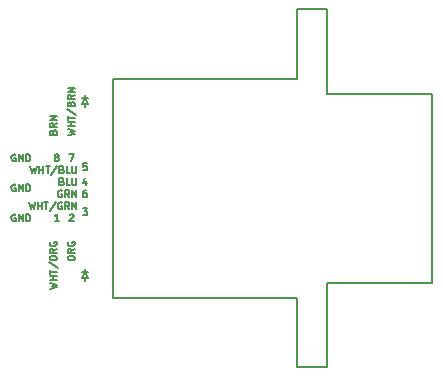
<source format=gbr>
G04 #@! TF.GenerationSoftware,KiCad,Pcbnew,(5.1.5)*
G04 #@! TF.CreationDate,2019-12-07T20:44:40-05:00*
G04 #@! TF.ProjectId,rj45brkout,726a3435-6272-46b6-9f75-742e6b696361,v1.0.0*
G04 #@! TF.SameCoordinates,Original*
G04 #@! TF.FileFunction,Legend,Top*
G04 #@! TF.FilePolarity,Positive*
%FSLAX46Y46*%
G04 Gerber Fmt 4.6, Leading zero omitted, Abs format (unit mm)*
G04 Created by KiCad (PCBNEW (5.1.5)) date 2019-12-07 20:44:40*
%MOMM*%
%LPD*%
G04 APERTURE LIST*
%ADD10C,0.127000*%
%ADD11C,0.150000*%
%ADD12C,1.371600*%
%ADD13C,3.276600*%
%ADD14C,1.752600*%
%ADD15C,4.101600*%
%ADD16C,1.244600*%
G04 APERTURE END LIST*
D10*
X132404021Y-103840000D02*
X132346878Y-103811428D01*
X132261164Y-103811428D01*
X132175450Y-103840000D01*
X132118307Y-103897142D01*
X132089735Y-103954285D01*
X132061164Y-104068571D01*
X132061164Y-104154285D01*
X132089735Y-104268571D01*
X132118307Y-104325714D01*
X132175450Y-104382857D01*
X132261164Y-104411428D01*
X132318307Y-104411428D01*
X132404021Y-104382857D01*
X132432592Y-104354285D01*
X132432592Y-104154285D01*
X132318307Y-104154285D01*
X132689735Y-104411428D02*
X132689735Y-103811428D01*
X133032592Y-104411428D01*
X133032592Y-103811428D01*
X133318307Y-104411428D02*
X133318307Y-103811428D01*
X133461164Y-103811428D01*
X133546878Y-103840000D01*
X133604021Y-103897142D01*
X133632592Y-103954285D01*
X133661164Y-104068571D01*
X133661164Y-104154285D01*
X133632592Y-104268571D01*
X133604021Y-104325714D01*
X133546878Y-104382857D01*
X133461164Y-104411428D01*
X133318307Y-104411428D01*
X132404021Y-101300000D02*
X132346878Y-101271428D01*
X132261164Y-101271428D01*
X132175450Y-101300000D01*
X132118307Y-101357142D01*
X132089735Y-101414285D01*
X132061164Y-101528571D01*
X132061164Y-101614285D01*
X132089735Y-101728571D01*
X132118307Y-101785714D01*
X132175450Y-101842857D01*
X132261164Y-101871428D01*
X132318307Y-101871428D01*
X132404021Y-101842857D01*
X132432592Y-101814285D01*
X132432592Y-101614285D01*
X132318307Y-101614285D01*
X132689735Y-101871428D02*
X132689735Y-101271428D01*
X133032592Y-101871428D01*
X133032592Y-101271428D01*
X133318307Y-101871428D02*
X133318307Y-101271428D01*
X133461164Y-101271428D01*
X133546878Y-101300000D01*
X133604021Y-101357142D01*
X133632592Y-101414285D01*
X133661164Y-101528571D01*
X133661164Y-101614285D01*
X133632592Y-101728571D01*
X133604021Y-101785714D01*
X133546878Y-101842857D01*
X133461164Y-101871428D01*
X133318307Y-101871428D01*
X132404021Y-98760000D02*
X132346878Y-98731428D01*
X132261164Y-98731428D01*
X132175450Y-98760000D01*
X132118307Y-98817142D01*
X132089735Y-98874285D01*
X132061164Y-98988571D01*
X132061164Y-99074285D01*
X132089735Y-99188571D01*
X132118307Y-99245714D01*
X132175450Y-99302857D01*
X132261164Y-99331428D01*
X132318307Y-99331428D01*
X132404021Y-99302857D01*
X132432592Y-99274285D01*
X132432592Y-99074285D01*
X132318307Y-99074285D01*
X132689735Y-99331428D02*
X132689735Y-98731428D01*
X133032592Y-99331428D01*
X133032592Y-98731428D01*
X133318307Y-99331428D02*
X133318307Y-98731428D01*
X133461164Y-98731428D01*
X133546878Y-98760000D01*
X133604021Y-98817142D01*
X133632592Y-98874285D01*
X133661164Y-98988571D01*
X133661164Y-99074285D01*
X133632592Y-99188571D01*
X133604021Y-99245714D01*
X133546878Y-99302857D01*
X133461164Y-99331428D01*
X133318307Y-99331428D01*
X135593142Y-96856592D02*
X135621714Y-96770878D01*
X135650285Y-96742307D01*
X135707428Y-96713735D01*
X135793142Y-96713735D01*
X135850285Y-96742307D01*
X135878857Y-96770878D01*
X135907428Y-96828021D01*
X135907428Y-97056592D01*
X135307428Y-97056592D01*
X135307428Y-96856592D01*
X135336000Y-96799450D01*
X135364571Y-96770878D01*
X135421714Y-96742307D01*
X135478857Y-96742307D01*
X135536000Y-96770878D01*
X135564571Y-96799450D01*
X135593142Y-96856592D01*
X135593142Y-97056592D01*
X135907428Y-96113735D02*
X135621714Y-96313735D01*
X135907428Y-96456592D02*
X135307428Y-96456592D01*
X135307428Y-96228021D01*
X135336000Y-96170878D01*
X135364571Y-96142307D01*
X135421714Y-96113735D01*
X135507428Y-96113735D01*
X135564571Y-96142307D01*
X135593142Y-96170878D01*
X135621714Y-96228021D01*
X135621714Y-96456592D01*
X135907428Y-95856592D02*
X135307428Y-95856592D01*
X135907428Y-95513735D01*
X135307428Y-95513735D01*
X136831428Y-97113735D02*
X137431428Y-96970878D01*
X137002857Y-96856592D01*
X137431428Y-96742307D01*
X136831428Y-96599450D01*
X137431428Y-96370878D02*
X136831428Y-96370878D01*
X137117142Y-96370878D02*
X137117142Y-96028021D01*
X137431428Y-96028021D02*
X136831428Y-96028021D01*
X136831428Y-95828021D02*
X136831428Y-95485164D01*
X137431428Y-95656592D02*
X136831428Y-95656592D01*
X136802857Y-94856592D02*
X137574285Y-95370878D01*
X137117142Y-94456592D02*
X137145714Y-94370878D01*
X137174285Y-94342307D01*
X137231428Y-94313735D01*
X137317142Y-94313735D01*
X137374285Y-94342307D01*
X137402857Y-94370878D01*
X137431428Y-94428021D01*
X137431428Y-94656592D01*
X136831428Y-94656592D01*
X136831428Y-94456592D01*
X136860000Y-94399450D01*
X136888571Y-94370878D01*
X136945714Y-94342307D01*
X137002857Y-94342307D01*
X137060000Y-94370878D01*
X137088571Y-94399450D01*
X137117142Y-94456592D01*
X137117142Y-94656592D01*
X137431428Y-93713735D02*
X137145714Y-93913735D01*
X137431428Y-94056592D02*
X136831428Y-94056592D01*
X136831428Y-93828021D01*
X136860000Y-93770878D01*
X136888571Y-93742307D01*
X136945714Y-93713735D01*
X137031428Y-93713735D01*
X137088571Y-93742307D01*
X137117142Y-93770878D01*
X137145714Y-93828021D01*
X137145714Y-94056592D01*
X137431428Y-93456592D02*
X136831428Y-93456592D01*
X137431428Y-93113735D01*
X136831428Y-93113735D01*
X136341021Y-101049142D02*
X136426735Y-101077714D01*
X136455307Y-101106285D01*
X136483878Y-101163428D01*
X136483878Y-101249142D01*
X136455307Y-101306285D01*
X136426735Y-101334857D01*
X136369592Y-101363428D01*
X136141021Y-101363428D01*
X136141021Y-100763428D01*
X136341021Y-100763428D01*
X136398164Y-100792000D01*
X136426735Y-100820571D01*
X136455307Y-100877714D01*
X136455307Y-100934857D01*
X136426735Y-100992000D01*
X136398164Y-101020571D01*
X136341021Y-101049142D01*
X136141021Y-101049142D01*
X137026735Y-101363428D02*
X136741021Y-101363428D01*
X136741021Y-100763428D01*
X137226735Y-100763428D02*
X137226735Y-101249142D01*
X137255307Y-101306285D01*
X137283878Y-101334857D01*
X137341021Y-101363428D01*
X137455307Y-101363428D01*
X137512450Y-101334857D01*
X137541021Y-101306285D01*
X137569592Y-101249142D01*
X137569592Y-100763428D01*
X133683878Y-99747428D02*
X133826735Y-100347428D01*
X133941021Y-99918857D01*
X134055307Y-100347428D01*
X134198164Y-99747428D01*
X134426735Y-100347428D02*
X134426735Y-99747428D01*
X134426735Y-100033142D02*
X134769592Y-100033142D01*
X134769592Y-100347428D02*
X134769592Y-99747428D01*
X134969592Y-99747428D02*
X135312450Y-99747428D01*
X135141021Y-100347428D02*
X135141021Y-99747428D01*
X135941021Y-99718857D02*
X135426735Y-100490285D01*
X136341021Y-100033142D02*
X136426735Y-100061714D01*
X136455307Y-100090285D01*
X136483878Y-100147428D01*
X136483878Y-100233142D01*
X136455307Y-100290285D01*
X136426735Y-100318857D01*
X136369592Y-100347428D01*
X136141021Y-100347428D01*
X136141021Y-99747428D01*
X136341021Y-99747428D01*
X136398164Y-99776000D01*
X136426735Y-99804571D01*
X136455307Y-99861714D01*
X136455307Y-99918857D01*
X136426735Y-99976000D01*
X136398164Y-100004571D01*
X136341021Y-100033142D01*
X136141021Y-100033142D01*
X137026735Y-100347428D02*
X136741021Y-100347428D01*
X136741021Y-99747428D01*
X137226735Y-99747428D02*
X137226735Y-100233142D01*
X137255307Y-100290285D01*
X137283878Y-100318857D01*
X137341021Y-100347428D01*
X137455307Y-100347428D01*
X137512450Y-100318857D01*
X137541021Y-100290285D01*
X137569592Y-100233142D01*
X137569592Y-99747428D01*
X136341021Y-101808000D02*
X136283878Y-101779428D01*
X136198164Y-101779428D01*
X136112450Y-101808000D01*
X136055307Y-101865142D01*
X136026735Y-101922285D01*
X135998164Y-102036571D01*
X135998164Y-102122285D01*
X136026735Y-102236571D01*
X136055307Y-102293714D01*
X136112450Y-102350857D01*
X136198164Y-102379428D01*
X136255307Y-102379428D01*
X136341021Y-102350857D01*
X136369592Y-102322285D01*
X136369592Y-102122285D01*
X136255307Y-102122285D01*
X136969592Y-102379428D02*
X136769592Y-102093714D01*
X136626735Y-102379428D02*
X136626735Y-101779428D01*
X136855307Y-101779428D01*
X136912450Y-101808000D01*
X136941021Y-101836571D01*
X136969592Y-101893714D01*
X136969592Y-101979428D01*
X136941021Y-102036571D01*
X136912450Y-102065142D01*
X136855307Y-102093714D01*
X136626735Y-102093714D01*
X137226735Y-102379428D02*
X137226735Y-101779428D01*
X137569592Y-102379428D01*
X137569592Y-101779428D01*
X133569592Y-102795428D02*
X133712450Y-103395428D01*
X133826735Y-102966857D01*
X133941021Y-103395428D01*
X134083878Y-102795428D01*
X134312450Y-103395428D02*
X134312450Y-102795428D01*
X134312450Y-103081142D02*
X134655307Y-103081142D01*
X134655307Y-103395428D02*
X134655307Y-102795428D01*
X134855307Y-102795428D02*
X135198164Y-102795428D01*
X135026735Y-103395428D02*
X135026735Y-102795428D01*
X135826735Y-102766857D02*
X135312450Y-103538285D01*
X136341021Y-102824000D02*
X136283878Y-102795428D01*
X136198164Y-102795428D01*
X136112450Y-102824000D01*
X136055307Y-102881142D01*
X136026735Y-102938285D01*
X135998164Y-103052571D01*
X135998164Y-103138285D01*
X136026735Y-103252571D01*
X136055307Y-103309714D01*
X136112450Y-103366857D01*
X136198164Y-103395428D01*
X136255307Y-103395428D01*
X136341021Y-103366857D01*
X136369592Y-103338285D01*
X136369592Y-103138285D01*
X136255307Y-103138285D01*
X136969592Y-103395428D02*
X136769592Y-103109714D01*
X136626735Y-103395428D02*
X136626735Y-102795428D01*
X136855307Y-102795428D01*
X136912450Y-102824000D01*
X136941021Y-102852571D01*
X136969592Y-102909714D01*
X136969592Y-102995428D01*
X136941021Y-103052571D01*
X136912450Y-103081142D01*
X136855307Y-103109714D01*
X136626735Y-103109714D01*
X137226735Y-103395428D02*
X137226735Y-102795428D01*
X137569592Y-103395428D01*
X137569592Y-102795428D01*
X136831428Y-107571978D02*
X136831428Y-107457692D01*
X136860000Y-107400550D01*
X136917142Y-107343407D01*
X137031428Y-107314835D01*
X137231428Y-107314835D01*
X137345714Y-107343407D01*
X137402857Y-107400550D01*
X137431428Y-107457692D01*
X137431428Y-107571978D01*
X137402857Y-107629121D01*
X137345714Y-107686264D01*
X137231428Y-107714835D01*
X137031428Y-107714835D01*
X136917142Y-107686264D01*
X136860000Y-107629121D01*
X136831428Y-107571978D01*
X137431428Y-106714835D02*
X137145714Y-106914835D01*
X137431428Y-107057692D02*
X136831428Y-107057692D01*
X136831428Y-106829121D01*
X136860000Y-106771978D01*
X136888571Y-106743407D01*
X136945714Y-106714835D01*
X137031428Y-106714835D01*
X137088571Y-106743407D01*
X137117142Y-106771978D01*
X137145714Y-106829121D01*
X137145714Y-107057692D01*
X136860000Y-106143407D02*
X136831428Y-106200550D01*
X136831428Y-106286264D01*
X136860000Y-106371978D01*
X136917142Y-106429121D01*
X136974285Y-106457692D01*
X137088571Y-106486264D01*
X137174285Y-106486264D01*
X137288571Y-106457692D01*
X137345714Y-106429121D01*
X137402857Y-106371978D01*
X137431428Y-106286264D01*
X137431428Y-106229121D01*
X137402857Y-106143407D01*
X137374285Y-106114835D01*
X137174285Y-106114835D01*
X137174285Y-106229121D01*
X135307428Y-110143407D02*
X135907428Y-110000550D01*
X135478857Y-109886264D01*
X135907428Y-109771978D01*
X135307428Y-109629121D01*
X135907428Y-109400550D02*
X135307428Y-109400550D01*
X135593142Y-109400550D02*
X135593142Y-109057692D01*
X135907428Y-109057692D02*
X135307428Y-109057692D01*
X135307428Y-108857692D02*
X135307428Y-108514835D01*
X135907428Y-108686264D02*
X135307428Y-108686264D01*
X135278857Y-107886264D02*
X136050285Y-108400550D01*
X135307428Y-107571978D02*
X135307428Y-107457692D01*
X135336000Y-107400550D01*
X135393142Y-107343407D01*
X135507428Y-107314835D01*
X135707428Y-107314835D01*
X135821714Y-107343407D01*
X135878857Y-107400550D01*
X135907428Y-107457692D01*
X135907428Y-107571978D01*
X135878857Y-107629121D01*
X135821714Y-107686264D01*
X135707428Y-107714835D01*
X135507428Y-107714835D01*
X135393142Y-107686264D01*
X135336000Y-107629121D01*
X135307428Y-107571978D01*
X135907428Y-106714835D02*
X135621714Y-106914835D01*
X135907428Y-107057692D02*
X135307428Y-107057692D01*
X135307428Y-106829121D01*
X135336000Y-106771978D01*
X135364571Y-106743407D01*
X135421714Y-106714835D01*
X135507428Y-106714835D01*
X135564571Y-106743407D01*
X135593142Y-106771978D01*
X135621714Y-106829121D01*
X135621714Y-107057692D01*
X135336000Y-106143407D02*
X135307428Y-106200550D01*
X135307428Y-106286264D01*
X135336000Y-106371978D01*
X135393142Y-106429121D01*
X135450285Y-106457692D01*
X135564571Y-106486264D01*
X135650285Y-106486264D01*
X135764571Y-106457692D01*
X135821714Y-106429121D01*
X135878857Y-106371978D01*
X135907428Y-106286264D01*
X135907428Y-106229121D01*
X135878857Y-106143407D01*
X135850285Y-106114835D01*
X135650285Y-106114835D01*
X135650285Y-106229121D01*
X135832857Y-98988571D02*
X135775714Y-98960000D01*
X135747142Y-98931428D01*
X135718571Y-98874285D01*
X135718571Y-98845714D01*
X135747142Y-98788571D01*
X135775714Y-98760000D01*
X135832857Y-98731428D01*
X135947142Y-98731428D01*
X136004285Y-98760000D01*
X136032857Y-98788571D01*
X136061428Y-98845714D01*
X136061428Y-98874285D01*
X136032857Y-98931428D01*
X136004285Y-98960000D01*
X135947142Y-98988571D01*
X135832857Y-98988571D01*
X135775714Y-99017142D01*
X135747142Y-99045714D01*
X135718571Y-99102857D01*
X135718571Y-99217142D01*
X135747142Y-99274285D01*
X135775714Y-99302857D01*
X135832857Y-99331428D01*
X135947142Y-99331428D01*
X136004285Y-99302857D01*
X136032857Y-99274285D01*
X136061428Y-99217142D01*
X136061428Y-99102857D01*
X136032857Y-99045714D01*
X136004285Y-99017142D01*
X135947142Y-98988571D01*
X136960000Y-98731428D02*
X137360000Y-98731428D01*
X137102857Y-99331428D01*
X138445857Y-99493428D02*
X138160142Y-99493428D01*
X138131571Y-99779142D01*
X138160142Y-99750571D01*
X138217285Y-99722000D01*
X138360142Y-99722000D01*
X138417285Y-99750571D01*
X138445857Y-99779142D01*
X138474428Y-99836285D01*
X138474428Y-99979142D01*
X138445857Y-100036285D01*
X138417285Y-100064857D01*
X138360142Y-100093428D01*
X138217285Y-100093428D01*
X138160142Y-100064857D01*
X138131571Y-100036285D01*
X138417285Y-100963428D02*
X138417285Y-101363428D01*
X138274428Y-100734857D02*
X138131571Y-101163428D01*
X138503000Y-101163428D01*
X138417285Y-101779428D02*
X138303000Y-101779428D01*
X138245857Y-101808000D01*
X138217285Y-101836571D01*
X138160142Y-101922285D01*
X138131571Y-102036571D01*
X138131571Y-102265142D01*
X138160142Y-102322285D01*
X138188714Y-102350857D01*
X138245857Y-102379428D01*
X138360142Y-102379428D01*
X138417285Y-102350857D01*
X138445857Y-102322285D01*
X138474428Y-102265142D01*
X138474428Y-102122285D01*
X138445857Y-102065142D01*
X138417285Y-102036571D01*
X138360142Y-102008000D01*
X138245857Y-102008000D01*
X138188714Y-102036571D01*
X138160142Y-102065142D01*
X138131571Y-102122285D01*
X138103000Y-103303428D02*
X138474428Y-103303428D01*
X138274428Y-103532000D01*
X138360142Y-103532000D01*
X138417285Y-103560571D01*
X138445857Y-103589142D01*
X138474428Y-103646285D01*
X138474428Y-103789142D01*
X138445857Y-103846285D01*
X138417285Y-103874857D01*
X138360142Y-103903428D01*
X138188714Y-103903428D01*
X138131571Y-103874857D01*
X138103000Y-103846285D01*
X136988571Y-103868571D02*
X137017142Y-103840000D01*
X137074285Y-103811428D01*
X137217142Y-103811428D01*
X137274285Y-103840000D01*
X137302857Y-103868571D01*
X137331428Y-103925714D01*
X137331428Y-103982857D01*
X137302857Y-104068571D01*
X136960000Y-104411428D01*
X137331428Y-104411428D01*
X136061428Y-104411428D02*
X135718571Y-104411428D01*
X135890000Y-104411428D02*
X135890000Y-103811428D01*
X135832857Y-103897142D01*
X135775714Y-103954285D01*
X135718571Y-103982857D01*
D11*
X138303000Y-94488000D02*
X138303000Y-94742000D01*
X138049000Y-94488000D02*
X138557000Y-94488000D01*
X138303000Y-93980000D02*
X138049000Y-94488000D01*
X138557000Y-94488000D02*
X138303000Y-93980000D01*
X138049000Y-93980000D02*
X138557000Y-93980000D01*
X138303000Y-93980000D02*
X138303000Y-93726000D01*
X138303000Y-109220000D02*
X138303000Y-109474000D01*
X138303000Y-108712000D02*
X138303000Y-108458000D01*
X138557000Y-109220000D02*
X138303000Y-108712000D01*
X138049000Y-109220000D02*
X138557000Y-109220000D01*
X138303000Y-108712000D02*
X138049000Y-109220000D01*
X138049000Y-108712000D02*
X138557000Y-108712000D01*
X158750000Y-109600000D02*
X158750000Y-116750000D01*
X167650000Y-109600000D02*
X158750000Y-109600000D01*
X167650000Y-93600000D02*
X167650000Y-109600000D01*
X158750000Y-93600000D02*
X167650000Y-93600000D01*
X158750000Y-86450000D02*
X158750000Y-93600000D01*
X156250000Y-86450000D02*
X158750000Y-86450000D01*
X156250000Y-92330000D02*
X156250000Y-86450000D01*
X140700000Y-92330000D02*
X156250000Y-92330000D01*
X140700000Y-110870000D02*
X140700000Y-92330000D01*
X156250000Y-110870000D02*
X140700000Y-110870000D01*
X156250000Y-116750000D02*
X156250000Y-110870000D01*
X158750000Y-116750000D02*
X156250000Y-116750000D01*
%LPC*%
D12*
X134620000Y-104140000D03*
X134620000Y-99060000D03*
X134620000Y-101600000D03*
D13*
X132080000Y-107950000D03*
X132080000Y-95250000D03*
D14*
X144250000Y-106040000D03*
X141710000Y-104770000D03*
X144250000Y-103500000D03*
X141710000Y-102230000D03*
X144250000Y-100960000D03*
X141710000Y-99690000D03*
X144250000Y-98420000D03*
X141710000Y-97150000D03*
D15*
X152250000Y-106600000D03*
X152250000Y-96600000D03*
D14*
X148250000Y-108130000D03*
X148250000Y-105590000D03*
X148250000Y-97610000D03*
X148250000Y-95070000D03*
D16*
X129540000Y-101600000D03*
D12*
X136144000Y-98044000D03*
X137668000Y-98044000D03*
X139192000Y-99060000D03*
X139192000Y-100584000D03*
X139192000Y-102616000D03*
X139192000Y-104140000D03*
X137668000Y-105156000D03*
X136144000Y-105156000D03*
X139192000Y-109728000D03*
X139192000Y-108204000D03*
X139192000Y-94996000D03*
X139192000Y-93472000D03*
M02*

</source>
